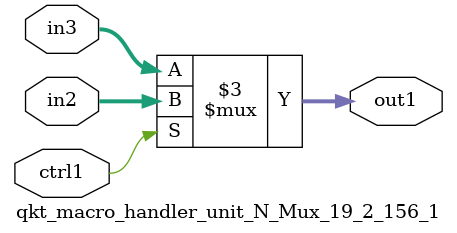
<source format=v>

`timescale 1ps / 1ps


module qkt_macro_handler_unit_N_Mux_19_2_156_1( in3, in2, ctrl1, out1 );

    input [18:0] in3;
    input [18:0] in2;
    input ctrl1;
    output [18:0] out1;
    reg [18:0] out1;

    
    // rtl_process:qkt_macro_handler_unit_N_Mux_19_2_156_1/qkt_macro_handler_unit_N_Mux_19_2_156_1_thread_1
    always @*
      begin : qkt_macro_handler_unit_N_Mux_19_2_156_1_thread_1
        case (ctrl1) 
          1'b1: 
            begin
              out1 = in2;
            end
          default: 
            begin
              out1 = in3;
            end
        endcase
      end

endmodule



</source>
